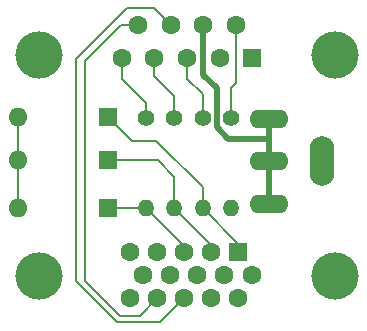
<source format=gbr>
%TF.GenerationSoftware,KiCad,Pcbnew,8.0.4*%
%TF.CreationDate,2024-08-07T16:27:42-04:00*%
%TF.ProjectId,C128VGA,43313238-5647-4412-9e6b-696361645f70,1.0*%
%TF.SameCoordinates,Original*%
%TF.FileFunction,Copper,L1,Top*%
%TF.FilePolarity,Positive*%
%FSLAX46Y46*%
G04 Gerber Fmt 4.6, Leading zero omitted, Abs format (unit mm)*
G04 Created by KiCad (PCBNEW 8.0.4) date 2024-08-07 16:27:42*
%MOMM*%
%LPD*%
G01*
G04 APERTURE LIST*
%TA.AperFunction,ComponentPad*%
%ADD10O,3.300000X1.550000*%
%TD*%
%TA.AperFunction,ComponentPad*%
%ADD11O,2.100000X4.200000*%
%TD*%
%TA.AperFunction,ComponentPad*%
%ADD12C,1.400000*%
%TD*%
%TA.AperFunction,ComponentPad*%
%ADD13O,1.400000X1.400000*%
%TD*%
%TA.AperFunction,ComponentPad*%
%ADD14C,4.000000*%
%TD*%
%TA.AperFunction,ComponentPad*%
%ADD15R,1.600000X1.600000*%
%TD*%
%TA.AperFunction,ComponentPad*%
%ADD16C,1.600000*%
%TD*%
%TA.AperFunction,ComponentPad*%
%ADD17O,1.600000X1.600000*%
%TD*%
%TA.AperFunction,Conductor*%
%ADD18C,0.200000*%
%TD*%
%TA.AperFunction,Conductor*%
%ADD19C,0.500000*%
%TD*%
G04 APERTURE END LIST*
D10*
%TO.P,J2,1,In*%
%TO.N,MONO*%
X249817900Y-84302600D03*
X249817900Y-91465400D03*
X249817999Y-87858600D03*
D11*
%TO.P,J2,2,Ext*%
%TO.N,GND*%
X254318000Y-87858600D03*
%TD*%
D12*
%TO.P,R1,1*%
%TO.N,RED*%
X244221000Y-84201000D03*
D13*
%TO.P,R1,2*%
%TO.N,R*%
X244221000Y-91821000D03*
%TD*%
D14*
%TO.P,J9,0*%
%TO.N,N/C*%
X255397000Y-78816200D03*
X230397000Y-78816200D03*
D15*
%TO.P,J9,1,1*%
%TO.N,GND*%
X248437000Y-79116200D03*
D16*
%TO.P,J9,2,2*%
X245667000Y-79116200D03*
%TO.P,J9,3,3*%
%TO.N,RED*%
X242897000Y-79116200D03*
%TO.P,J9,4,4*%
%TO.N,GREEN*%
X240127000Y-79116200D03*
%TO.P,J9,5,5*%
%TO.N,BLUE*%
X237357000Y-79116200D03*
%TO.P,J9,6,6*%
%TO.N,INT*%
X247052000Y-76276200D03*
%TO.P,J9,7,7*%
%TO.N,MONO*%
X244282000Y-76276200D03*
%TO.P,J9,8,8*%
%TO.N,H*%
X241512000Y-76276200D03*
%TO.P,J9,9,9*%
%TO.N,V*%
X238742000Y-76276200D03*
%TD*%
D15*
%TO.P,D3,1,K*%
%TO.N,R*%
X236220000Y-84074000D03*
D17*
%TO.P,D3,2,A*%
%TO.N,Net-(D1-A)*%
X228600000Y-84074000D03*
%TD*%
D12*
%TO.P,R2,1*%
%TO.N,GREEN*%
X241808000Y-84201000D03*
D13*
%TO.P,R2,2*%
%TO.N,G*%
X241808000Y-91821000D03*
%TD*%
D12*
%TO.P,R3,1*%
%TO.N,BLUE*%
X239395000Y-84201000D03*
D13*
%TO.P,R3,2*%
%TO.N,B*%
X239395000Y-91821000D03*
%TD*%
D12*
%TO.P,R4,1*%
%TO.N,INT*%
X246634000Y-84201000D03*
D13*
%TO.P,R4,2*%
%TO.N,Net-(D1-A)*%
X246634000Y-91821000D03*
%TD*%
D14*
%TO.P,J17,0*%
%TO.N,N/C*%
X230397000Y-97554000D03*
X255397000Y-97554000D03*
D15*
%TO.P,J17,1*%
%TO.N,R*%
X247212000Y-95504000D03*
D16*
%TO.P,J17,2*%
%TO.N,G*%
X244922000Y-95504000D03*
%TO.P,J17,3*%
%TO.N,B*%
X242632000Y-95504000D03*
%TO.P,J17,4*%
%TO.N,unconnected-(J17-Pad4)*%
X240342000Y-95504000D03*
%TO.P,J17,5*%
%TO.N,GND*%
X238052000Y-95504000D03*
%TO.P,J17,6*%
X248357000Y-97484000D03*
%TO.P,J17,7*%
X246067000Y-97484000D03*
%TO.P,J17,8*%
X243777000Y-97484000D03*
%TO.P,J17,9*%
X241487000Y-97484000D03*
%TO.P,J17,10*%
X239197000Y-97484000D03*
%TO.P,J17,11*%
%TO.N,unconnected-(J17-Pad11)*%
X247212000Y-99464000D03*
%TO.P,J17,12*%
%TO.N,unconnected-(J17-Pad12)*%
X244922000Y-99464000D03*
%TO.P,J17,13*%
%TO.N,H*%
X242632000Y-99464000D03*
%TO.P,J17,14*%
%TO.N,V*%
X240342000Y-99464000D03*
%TO.P,J17,15*%
%TO.N,unconnected-(J17-Pad15)*%
X238052000Y-99464000D03*
%TD*%
D15*
%TO.P,D2,1,K*%
%TO.N,G*%
X236220000Y-87757000D03*
D17*
%TO.P,D2,2,A*%
%TO.N,Net-(D1-A)*%
X228600000Y-87757000D03*
%TD*%
D15*
%TO.P,D1,1,K*%
%TO.N,B*%
X236220000Y-91821000D03*
D17*
%TO.P,D1,2,A*%
%TO.N,Net-(D1-A)*%
X228600000Y-91821000D03*
%TD*%
D18*
%TO.N,INT*%
X247052000Y-81243000D02*
X246634000Y-81661000D01*
X246634000Y-81661000D02*
X246634000Y-84201000D01*
X247052000Y-76276200D02*
X247052000Y-81243000D01*
D19*
%TO.N,MONO*%
X245440200Y-81661000D02*
X245440200Y-84963000D01*
X245440200Y-84963000D02*
X246405400Y-85928200D01*
X244282000Y-80502800D02*
X245440200Y-81661000D01*
X244282000Y-76276200D02*
X244282000Y-80502800D01*
X246405400Y-85928200D02*
X249817900Y-85928200D01*
X249817900Y-85928200D02*
X249817900Y-87858501D01*
X249817900Y-84302600D02*
X249817900Y-85928200D01*
X249817999Y-91465301D02*
X249817900Y-91465400D01*
X249817999Y-87858600D02*
X249817999Y-91465301D01*
X249817900Y-87858501D02*
X249817999Y-87858600D01*
D18*
%TO.N,Net-(D1-A)*%
X228600000Y-91821000D02*
X228600000Y-87757000D01*
X228600000Y-87757000D02*
X228600000Y-84074000D01*
%TO.N,H*%
X233527600Y-79222600D02*
X233527600Y-97967800D01*
X233527600Y-97967800D02*
X237007400Y-101447600D01*
X241512000Y-76276200D02*
X240140400Y-74904600D01*
X237007400Y-101447600D02*
X240648400Y-101447600D01*
X240648400Y-101447600D02*
X242632000Y-99464000D01*
X237845600Y-74904600D02*
X233527600Y-79222600D01*
X240140400Y-74904600D02*
X237845600Y-74904600D01*
%TO.N,V*%
X237210600Y-100914200D02*
X238891800Y-100914200D01*
X234238800Y-79349600D02*
X234238800Y-97942400D01*
X237312200Y-76276200D02*
X234238800Y-79349600D01*
X238742000Y-76276200D02*
X237312200Y-76276200D01*
X238891800Y-100914200D02*
X240342000Y-99464000D01*
X234238800Y-97942400D02*
X237210600Y-100914200D01*
%TO.N,B*%
X239395000Y-91821000D02*
X242632000Y-95058000D01*
X242632000Y-95058000D02*
X242632000Y-95504000D01*
X236220000Y-91821000D02*
X239395000Y-91821000D01*
%TO.N,G*%
X244922000Y-94935000D02*
X244922000Y-95504000D01*
X240411000Y-87757000D02*
X241808000Y-89154000D01*
X236220000Y-87757000D02*
X240411000Y-87757000D01*
X241808000Y-91821000D02*
X244922000Y-94935000D01*
X241808000Y-89154000D02*
X241808000Y-91821000D01*
%TO.N,RED*%
X242897000Y-79116200D02*
X242897000Y-80845000D01*
X242897000Y-80845000D02*
X244221000Y-82169000D01*
X244221000Y-82169000D02*
X244221000Y-84201000D01*
%TO.N,BLUE*%
X237357000Y-80893000D02*
X239395000Y-82931000D01*
X237357000Y-79116200D02*
X237357000Y-80893000D01*
X239395000Y-82931000D02*
X239395000Y-84201000D01*
%TO.N,GREEN*%
X240127000Y-80615000D02*
X241808000Y-82296000D01*
X240127000Y-79116200D02*
X240127000Y-80615000D01*
X241808000Y-82296000D02*
X241808000Y-84201000D01*
%TO.N,R*%
X238252000Y-86106000D02*
X240284000Y-86106000D01*
X244221000Y-91821000D02*
X247212000Y-94812000D01*
X247212000Y-94812000D02*
X247212000Y-95504000D01*
X244221000Y-90043000D02*
X244221000Y-91821000D01*
X236220000Y-84074000D02*
X238252000Y-86106000D01*
X240284000Y-86106000D02*
X244221000Y-90043000D01*
%TD*%
M02*

</source>
